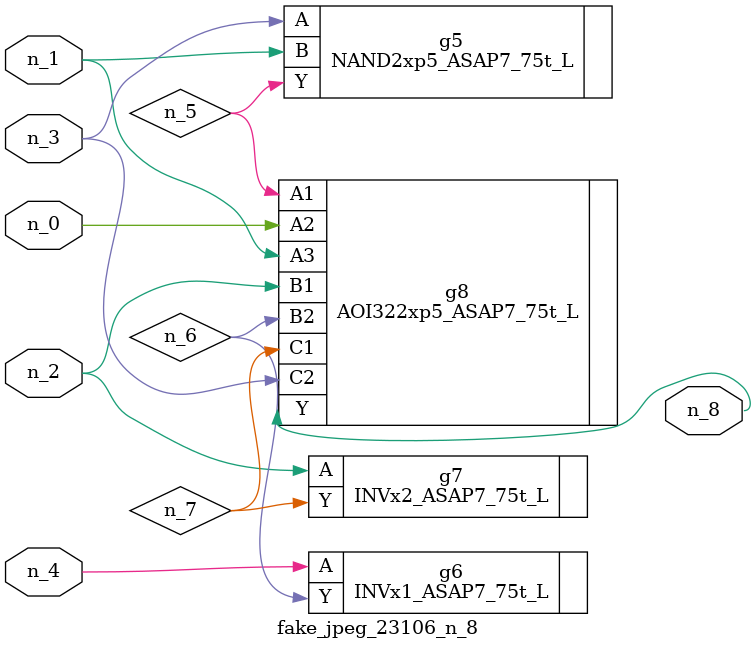
<source format=v>
module fake_jpeg_23106_n_8 (n_3, n_2, n_1, n_0, n_4, n_8);

input n_3;
input n_2;
input n_1;
input n_0;
input n_4;

output n_8;

wire n_6;
wire n_5;
wire n_7;

NAND2xp5_ASAP7_75t_L g5 ( 
.A(n_3),
.B(n_1),
.Y(n_5)
);

INVx1_ASAP7_75t_L g6 ( 
.A(n_4),
.Y(n_6)
);

INVx2_ASAP7_75t_L g7 ( 
.A(n_2),
.Y(n_7)
);

AOI322xp5_ASAP7_75t_L g8 ( 
.A1(n_5),
.A2(n_0),
.A3(n_1),
.B1(n_2),
.B2(n_6),
.C1(n_7),
.C2(n_3),
.Y(n_8)
);


endmodule
</source>
